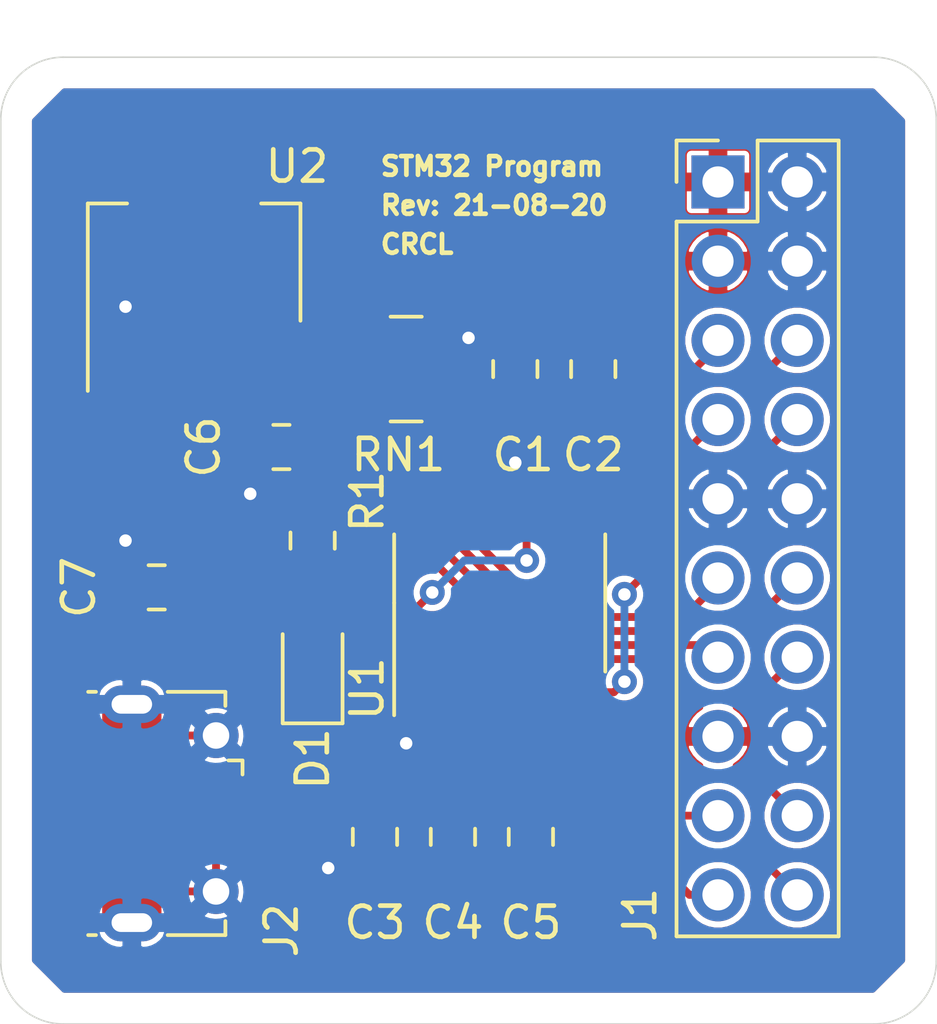
<source format=kicad_pcb>
(kicad_pcb (version 20211014) (generator pcbnew)
  (layers (0 "F.Cu" signal) (31 "B.Cu" signal) (34 "B.Paste" user) (35 "F.Paste" user) (36 "B.SilkS" user "B.Silkscreen") (37 "F.SilkS" user "F.Silkscreen") (38 "B.Mask" user) (39 "F.Mask" user) (44 "Edge.Cuts" user))
  (net 0 "")
  (net 1 "GND")
  (net 2 "+3V3")
  (net 3 "Net-(D1-Pad2)")
  (net 4 "I2C1_SCL")
  (net 5 "I2C1_SDA")
  (net 6 "+5V")
  (net 7 "Net-(D1-Pad1)")
  (net 8 "SWDIO")
  (net 9 "SWCLK")
  (net 10 "SPI1_NSS")
  (net 11 "SPI1_SCK")
  (net 12 "ADC_IN0")
  (net 13 "SPI1_MISO")
  (net 14 "ADC_IN1")
  (net 15 "SPI1_MOSI")
  (net 16 "USART1_TX")
  (net 17 "USART1_RX")
  (net 18 "Net-(C3-Pad1)")
  (footprint "Capacitor_SMD:C_0805_2012Metric_Pad1.15x1.40mm_HandSolder" (layer "F.Cu") (at 161.5 88 90)
    (fp_text reference "C1" (at -2.75 0.25 180) (layer "F.SilkS"))
    (fp_text value "10nF")
    (fp_line (start -0.261252 0.71) (end 0.261252 0.71) (layer "F.SilkS") (width 0.12))
    (fp_line (start -0.261252 -0.71) (end 0.261252 -0.71) (layer "F.SilkS") (width 0.12))
    (pad "1" smd roundrect locked (at -1.025 0 90) (size 1.15 1.4) (layers "F.Cu" "F.Paste" "F.Mask") (roundrect_rratio 0.217391) (net 2 "+3V3"))
    (pad "2" smd roundrect locked (at 1.025 0 90) (size 1.15 1.4) (layers "F.Cu" "F.Paste" "F.Mask") (roundrect_rratio 0.217391) (net 1 "GND"))
  )
  (footprint "Capacitor_SMD:C_0805_2012Metric_Pad1.15x1.40mm_HandSolder" (layer "F.Cu") (at 164 88 90)
    (fp_text reference "C2" (at -2.75 0 180) (layer "F.SilkS"))
    (fp_text value "1nF")
    (fp_line (start -0.261252 0.71) (end 0.261252 0.71) (layer "F.SilkS") (width 0.12))
    (fp_line (start -0.261252 -0.71) (end 0.261252 -0.71) (layer "F.SilkS") (width 0.12))
    (pad "1" smd roundrect locked (at -1.025 0 90) (size 1.15 1.4) (layers "F.Cu" "F.Paste" "F.Mask") (roundrect_rratio 0.217391) (net 2 "+3V3"))
    (pad "2" smd roundrect locked (at 1.025 0 90) (size 1.15 1.4) (layers "F.Cu" "F.Paste" "F.Mask") (roundrect_rratio 0.217391) (net 1 "GND"))
  )
  (footprint "Capacitor_SMD:C_0805_2012Metric_Pad1.15x1.40mm_HandSolder" (layer "F.Cu") (at 157 103 -90)
    (fp_text reference "C3" (at 2.75 0 180) (layer "F.SilkS"))
    (fp_text value "0.1uF")
    (fp_line (start -0.261252 -0.71) (end 0.261252 -0.71) (layer "F.SilkS") (width 0.12))
    (fp_line (start -0.261252 0.71) (end 0.261252 0.71) (layer "F.SilkS") (width 0.12))
    (pad "1" smd roundrect locked (at -1.025 0 270) (size 1.15 1.4) (layers "F.Cu" "F.Paste" "F.Mask") (roundrect_rratio 0.217391) (net 18 "Net-(C3-Pad1)"))
    (pad "2" smd roundrect locked (at 1.025 0 270) (size 1.15 1.4) (layers "F.Cu" "F.Paste" "F.Mask") (roundrect_rratio 0.217391) (net 1 "GND"))
  )
  (footprint "Capacitor_SMD:C_0805_2012Metric_Pad1.15x1.40mm_HandSolder" (layer "F.Cu") (at 159.5 103 -90)
    (fp_text reference "C4" (at 2.75 0 180) (layer "F.SilkS"))
    (fp_text value "100nF")
    (fp_line (start -0.261252 -0.71) (end 0.261252 -0.71) (layer "F.SilkS") (width 0.12))
    (fp_line (start -0.261252 0.71) (end 0.261252 0.71) (layer "F.SilkS") (width 0.12))
    (pad "1" smd roundrect locked (at -1.025 0 270) (size 1.15 1.4) (layers "F.Cu" "F.Paste" "F.Mask") (roundrect_rratio 0.217391) (net 2 "+3V3"))
    (pad "2" smd roundrect locked (at 1.025 0 270) (size 1.15 1.4) (layers "F.Cu" "F.Paste" "F.Mask") (roundrect_rratio 0.217391) (net 1 "GND"))
  )
  (footprint "Capacitor_SMD:C_0805_2012Metric_Pad1.15x1.40mm_HandSolder" (layer "F.Cu") (at 162 103 -90)
    (fp_text reference "C5" (at 2.75 0 180) (layer "F.SilkS"))
    (fp_text value "4.7nF")
    (fp_line (start -0.261252 0.71) (end 0.261252 0.71) (layer "F.SilkS") (width 0.12))
    (fp_line (start -0.261252 -0.71) (end 0.261252 -0.71) (layer "F.SilkS") (width 0.12))
    (pad "1" smd roundrect locked (at -1.025 0 270) (size 1.15 1.4) (layers "F.Cu" "F.Paste" "F.Mask") (roundrect_rratio 0.217391) (net 2 "+3V3"))
    (pad "2" smd roundrect locked (at 1.025 0 270) (size 1.15 1.4) (layers "F.Cu" "F.Paste" "F.Mask") (roundrect_rratio 0.217391) (net 1 "GND"))
  )
  (footprint "LED_SMD:LED_0805_2012Metric_Pad1.15x1.40mm_HandSolder" (layer "F.Cu") (at 155 97.5 90)
    (fp_text reference "D1" (at -3 0 90) (layer "F.SilkS"))
    (fp_text value "LED")
    (fp_line (start -1.86 0.96) (end 1 0.96) (layer "F.SilkS") (width 0.12))
    (fp_line (start -1.86 -0.96) (end -1.86 0.96) (layer "F.SilkS") (width 0.12))
    (fp_line (start 1 -0.96) (end -1.86 -0.96) (layer "F.SilkS") (width 0.12))
    (pad "1" smd roundrect (at -1.025 0 90) (size 1.15 1.4) (layers "F.Cu" "F.Paste" "F.Mask") (roundrect_rratio 0.217391) (net 7 "Net-(D1-Pad1)"))
    (pad "2" smd roundrect (at 1.025 0 90) (size 1.15 1.4) (layers "F.Cu" "F.Paste" "F.Mask") (roundrect_rratio 0.217391) (net 3 "Net-(D1-Pad2)"))
  )
  (footprint "Connector_PinHeader_2.54mm:PinHeader_2x10_P2.54mm_Vertical" (layer "F.Cu") (at 168 82)
    (fp_text reference "J1" (at -2.5 23.5 90) (layer "F.SilkS"))
    (fp_text value "Connector")
    (fp_line (start 1.27 1.27) (end 1.27 -1.33) (layer "F.SilkS") (width 0.12))
    (fp_line (start -1.33 0) (end -1.33 -1.33) (layer "F.SilkS") (width 0.12))
    (fp_line (start -1.33 1.27) (end -1.33 24.19) (layer "F.SilkS") (width 0.12))
    (fp_line (start -1.33 -1.33) (end 0 -1.33) (layer "F.SilkS") (width 0.12))
    (fp_line (start -1.33 24.19) (end 3.87 24.19) (layer "F.SilkS") (width 0.12))
    (fp_line (start 1.27 -1.33) (end 3.87 -1.33) (layer "F.SilkS") (width 0.12))
    (fp_line (start -1.33 1.27) (end 1.27 1.27) (layer "F.SilkS") (width 0.12))
    (fp_line (start 3.87 -1.33) (end 3.87 24.19) (layer "F.SilkS") (width 0.12))
    (pad "1" thru_hole rect (at 0 0) (size 1.7 1.7) (drill 1) (layers *.Cu *.Mask) (net 2 "+3V3"))
    (pad "2" thru_hole oval (at 2.54 0) (size 1.7 1.7) (drill 1) (layers *.Cu *.Mask) (net 1 "GND"))
    (pad "3" thru_hole oval (at 0 2.54) (size 1.7 1.7) (drill 1) (layers *.Cu *.Mask) (net 2 "+3V3"))
    (pad "4" thru_hole oval (at 2.54 2.54) (size 1.7 1.7) (drill 1) (layers *.Cu *.Mask) (net 1 "GND"))
    (pad "5" thru_hole oval (at 0 5.08) (size 1.7 1.7) (drill 1) (layers *.Cu *.Mask) (net 11 "SPI1_SCK"))
    (pad "6" thru_hole oval (at 2.54 5.08) (size 1.7 1.7) (drill 1) (layers *.Cu *.Mask) (net 13 "SPI1_MISO"))
    (pad "7" thru_hole oval (at 0 7.62) (size 1.7 1.7) (drill 1) (layers *.Cu *.Mask) (net 15 "SPI1_MOSI"))
    (pad "8" thru_hole oval (at 2.54 7.62) (size 1.7 1.7) (drill 1) (layers *.Cu *.Mask) (net 10 "SPI1_NSS"))
    (pad "9" thru_hole oval (at 0 10.16) (size 1.7 1.7) (drill 1) (layers *.Cu *.Mask) (net 1 "GND"))
    (pad "10" thru_hole oval (at 2.54 10.16) (size 1.7 1.7) (drill 1) (layers *.Cu *.Mask) (net 1 "GND"))
    (pad "11" thru_hole oval (at 0 12.7) (size 1.7 1.7) (drill 1) (layers *.Cu *.Mask) (net 4 "I2C1_SCL"))
    (pad "12" thru_hole oval (at 2.54 12.7) (size 1.7 1.7) (drill 1) (layers *.Cu *.Mask) (net 5 "I2C1_SDA"))
    (pad "13" thru_hole oval (at 0 15.24) (size 1.7 1.7) (drill 1) (layers *.Cu *.Mask) (net 8 "SWDIO"))
    (pad "14" thru_hole oval (at 2.54 15.24) (size 1.7 1.7) (drill 1) (layers *.Cu *.Mask) (net 9 "SWCLK"))
    (pad "15" thru_hole oval (at 0 17.78) (size 1.7 1.7) (drill 1) (layers *.Cu *.Mask) (net 2 "+3V3"))
    (pad "16" thru_hole oval (at 2.54 17.78) (size 1.7 1.7) (drill 1) (layers *.Cu *.Mask) (net 1 "GND"))
    (pad "17" thru_hole oval (at 0 20.32) (size 1.7 1.7) (drill 1) (layers *.Cu *.Mask) (net 16 "USART1_TX"))
    (pad "18" thru_hole oval (at 2.54 20.32) (size 1.7 1.7) (drill 1) (layers *.Cu *.Mask) (net 17 "USART1_RX"))
    (pad "19" thru_hole oval (at 0 22.86) (size 1.7 1.7) (drill 1) (layers *.Cu *.Mask) (net 12 "ADC_IN0"))
    (pad "20" thru_hole oval (at 2.54 22.86) (size 1.7 1.7) (drill 1) (layers *.Cu *.Mask) (net 14 "ADC_IN1"))
  )
  (footprint "Resistor_SMD:R_0805_2012Metric_Pad1.15x1.40mm_HandSolder" (layer "F.Cu") (at 155 93.5 90)
    (fp_text reference "R1" (at 1.25 1.75 90) (layer "F.SilkS"))
    (fp_text value "330")
    (fp_line (start -0.261252 0.71) (end 0.261252 0.71) (layer "F.SilkS") (width 0.12))
    (fp_line (start -0.261252 -0.71) (end 0.261252 -0.71) (layer "F.SilkS") (width 0.12))
    (pad "1" smd roundrect locked (at -1.025 0 90) (size 1.15 1.4) (layers "F.Cu" "F.Paste" "F.Mask") (roundrect_rratio 0.217391) (net 3 "Net-(D1-Pad2)"))
    (pad "2" smd roundrect locked (at 1.025 0 90) (size 1.15 1.4) (layers "F.Cu" "F.Paste" "F.Mask") (roundrect_rratio 0.217391) (net 2 "+3V3"))
  )
  (footprint "Resistor_SMD:R_Array_Convex_4x0603" (layer "F.Cu") (at 158 88 180)
    (fp_text reference "RN1" (at 0.25 -2.75) (layer "F.SilkS"))
    (fp_text value "R_Pack04")
    (fp_line (start 0.5 1.68) (end -0.5 1.68) (layer "F.SilkS") (width 0.12))
    (fp_line (start 0.5 -1.68) (end -0.5 -1.68) (layer "F.SilkS") (width 0.12))
    (pad "1" smd rect (at -0.9 -1.2 180) (size 0.8 0.5) (layers "F.Cu" "F.Paste" "F.Mask") (net 5 "I2C1_SDA"))
    (pad "2" smd rect (at -0.9 -0.4 180) (size 0.8 0.4) (layers "F.Cu" "F.Paste" "F.Mask") (net 4 "I2C1_SCL"))
    (pad "3" smd rect (at -0.9 0.4 180) (size 0.8 0.4) (layers "F.Cu" "F.Paste" "F.Mask"))
    (pad "4" smd rect (at -0.9 1.2 180) (size 0.8 0.5) (layers "F.Cu" "F.Paste" "F.Mask"))
    (pad "5" smd rect (at 0.9 1.2 180) (size 0.8 0.5) (layers "F.Cu" "F.Paste" "F.Mask"))
    (pad "6" smd rect (at 0.9 0.4 180) (size 0.8 0.4) (layers "F.Cu" "F.Paste" "F.Mask"))
    (pad "7" smd rect (at 0.9 -0.4 180) (size 0.8 0.4) (layers "F.Cu" "F.Paste" "F.Mask") (net 2 "+3V3"))
    (pad "8" smd rect (at 0.9 -1.2 180) (size 0.8 0.5) (layers "F.Cu" "F.Paste" "F.Mask") (net 2 "+3V3"))
  )
  (footprint "Package_SO:TSSOP-20_4.4x6.5mm_P0.65mm" (layer "F.Cu") (at 161 95.5 90)
    (fp_text reference "U1" (at -2.75 -4.25 270) (layer "F.SilkS"))
    (fp_text value "STM32F030")
    (fp_line (start 0 -3.385) (end 2.2 -3.385) (layer "F.SilkS") (width 0.12))
    (fp_line (start 0 3.385) (end 2.2 3.385) (layer "F.SilkS") (width 0.12))
    (fp_line (start 0 -3.385) (end -3.6 -3.385) (layer "F.SilkS") (width 0.12))
    (fp_line (start 0 3.385) (end -2.2 3.385) (layer "F.SilkS") (width 0.12))
    (pad "1" smd roundrect (at -2.8625 -2.925 90) (size 1.475 0.4) (layers "F.Cu" "F.Paste" "F.Mask") (net 1 "GND"))
    (pad "2" smd roundrect (at -2.8625 -2.275 90) (size 1.475 0.4) (layers "F.Cu" "F.Paste" "F.Mask"))
    (pad "3" smd roundrect (at -2.8625 -1.625 90) (size 1.475 0.4) (layers "F.Cu" "F.Paste" "F.Mask"))
    (pad "4" smd roundrect (at -2.8625 -0.975 90) (size 1.475 0.4) (layers "F.Cu" "F.Paste" "F.Mask") (net 18 "Net-(C3-Pad1)"))
    (pad "5" smd roundrect (at -2.8625 -0.325 90) (size 1.475 0.4) (layers "F.Cu" "F.Paste" "F.Mask") (net 2 "+3V3"))
    (pad "6" smd roundrect (at -2.8625 0.325 90) (size 1.475 0.4) (layers "F.Cu" "F.Paste" "F.Mask") (net 12 "ADC_IN0"))
    (pad "7" smd roundrect (at -2.8625 0.975 90) (size 1.475 0.4) (layers "F.Cu" "F.Paste" "F.Mask") (net 14 "ADC_IN1"))
    (pad "8" smd roundrect (at -2.8625 1.625 90) (size 1.475 0.4) (layers "F.Cu" "F.Paste" "F.Mask") (net 16 "USART1_TX"))
    (pad "9" smd roundrect (at -2.8625 2.275 90) (size 1.475 0.4) (layers "F.Cu" "F.Paste" "F.Mask") (net 17 "USART1_RX"))
    (pad "10" smd roundrect (at -2.8625 2.925 90) (size 1.475 0.4) (layers "F.Cu" "F.Paste" "F.Mask") (net 10 "SPI1_NSS"))
    (pad "11" smd roundrect (at 2.8625 2.925 90) (size 1.475 0.4) (layers "F.Cu" "F.Paste" "F.Mask") (net 11 "SPI1_SCK"))
    (pad "12" smd roundrect (at 2.8625 2.275 90) (size 1.475 0.4) (layers "F.Cu" "F.Paste" "F.Mask") (net 13 "SPI1_MISO"))
    (pad "13" smd roundrect (at 2.8625 1.625 90) (size 1.475 0.4) (layers "F.Cu" "F.Paste" "F.Mask") (net 15 "SPI1_MOSI"))
    (pad "14" smd roundrect (at 2.8625 0.975 90) (size 1.475 0.4) (layers "F.Cu" "F.Paste" "F.Mask") (net 7 "Net-(D1-Pad1)"))
    (pad "15" smd roundrect (at 2.8625 0.325 90) (size 1.475 0.4) (layers "F.Cu" "F.Paste" "F.Mask") (net 1 "GND"))
    (pad "16" smd roundrect (at 2.8625 -0.325 90) (size 1.475 0.4) (layers "F.Cu" "F.Paste" "F.Mask") (net 2 "+3V3"))
    (pad "17" smd roundrect (at 2.8625 -0.975 90) (size 1.475 0.4) (layers "F.Cu" "F.Paste" "F.Mask") (net 4 "I2C1_SCL"))
    (pad "18" smd roundrect (at 2.8625 -1.625 90) (size 1.475 0.4) (layers "F.Cu" "F.Paste" "F.Mask") (net 5 "I2C1_SDA"))
    (pad "19" smd roundrect (at 2.8625 -2.275 90) (size 1.475 0.4) (layers "F.Cu" "F.Paste" "F.Mask") (net 8 "SWDIO"))
    (pad "20" smd roundrect (at 2.8625 -2.925 90) (size 1.475 0.4) (layers "F.Cu" "F.Paste" "F.Mask") (net 9 "SWCLK"))
  )
  (footprint "Package_TO_SOT_SMD:SOT-223-3_TabPin2" (layer "F.Cu") (at 151.2 84.6 90)
    (fp_text reference "U2" (at 3.1 3.3) (layer "F.SilkS"))
    (fp_text value "LD1117S33TR_SOT223")
    (fp_line (start -1.85 3.41) (end 1.91 3.41) (layer "F.SilkS") (width 0.12))
    (fp_line (start -4.1 -3.41) (end 1.91 -3.41) (layer "F.SilkS") (width 0.12))
    (fp_line (start 1.91 -3.41) (end 1.91 -2.15) (layer "F.SilkS") (width 0.12))
    (fp_line (start 1.91 3.41) (end 1.91 2.15) (layer "F.SilkS") (width 0.12))
    (pad "1" smd rect (at -3.15 -2.3 90) (size 2 1.5) (layers "F.Cu" "F.Paste" "F.Mask") (net 1 "GND"))
    (pad "2" smd rect (at -3.15 0 90) (size 2 1.5) (layers "F.Cu" "F.Paste" "F.Mask") (net 6 "+5V"))
    (pad "2" smd rect (at 3.15 0 90) (size 2 3.8) (layers "F.Cu" "F.Paste" "F.Mask") (net 6 "+5V"))
    (pad "3" smd rect (at -3.15 2.3 90) (size 2 1.5) (layers "F.Cu" "F.Paste" "F.Mask") (net 2 "+3V3"))
  )
  (footprint "Capacitor_SMD:C_0805_2012Metric_Pad1.15x1.40mm_HandSolder" (layer "F.Cu") (at 154 90.5 180)
    (fp_text reference "C6" (at 2.5 0 90) (layer "F.SilkS"))
    (fp_text value "1uF")
    (fp_line (start -0.261252 -0.71) (end 0.261252 -0.71) (layer "F.SilkS") (width 0.12))
    (fp_line (start -0.261252 0.71) (end 0.261252 0.71) (layer "F.SilkS") (width 0.12))
    (pad "1" smd roundrect locked (at -1.025 0 180) (size 1.15 1.4) (layers "F.Cu" "F.Paste" "F.Mask") (roundrect_rratio 0.217391) (net 2 "+3V3"))
    (pad "2" smd roundrect locked (at 1.025 0 180) (size 1.15 1.4) (layers "F.Cu" "F.Paste" "F.Mask") (roundrect_rratio 0.217391) (net 1 "GND"))
  )
  (footprint "Capacitor_SMD:C_0805_2012Metric_Pad1.15x1.40mm_HandSolder" (layer "F.Cu") (at 150 95 180)
    (fp_text reference "C7" (at 2.5 0 90) (layer "F.SilkS"))
    (fp_text value "10uF")
    (fp_line (start -0.261252 -0.71) (end 0.261252 -0.71) (layer "F.SilkS") (width 0.12))
    (fp_line (start -0.261252 0.71) (end 0.261252 0.71) (layer "F.SilkS") (width 0.12))
    (pad "1" smd roundrect locked (at -1.025 0 180) (size 1.15 1.4) (layers "F.Cu" "F.Paste" "F.Mask") (roundrect_rratio 0.217391) (net 6 "+5V"))
    (pad "2" smd roundrect locked (at 1.025 0 180) (size 1.15 1.4) (layers "F.Cu" "F.Paste" "F.Mask") (roundrect_rratio 0.217391) (net 1 "GND"))
  )
  (footprint "Connector_USB:USB_Micro-B_Molex-105017-0001" (layer "F.Cu") (at 150.44 102.25 -90)
    (fp_text reference "J2" (at 3.75 -3.56 90) (layer "F.SilkS"))
    (fp_text value "USB_B_Micro")
    (fp_line (start -3.9 0.0875) (end -3.9 -1.7625) (layer "F.SilkS") (width 0.12))
    (fp_line (start 3.9 2.6375) (end 3.9 2.3875) (layer "F.SilkS") (width 0.12))
    (fp_line (start -3.9 -1.7625) (end -3.45 -1.7625) (layer "F.SilkS") (width 0.12))
    (fp_line (start -1.7 -2.3125) (end -1.25 -2.3125) (layer "F.SilkS") (width 0.12))
    (fp_line (start -3.9 2.6375) (end -3.9 2.3875) (layer "F.SilkS") (width 0.12))
    (fp_line (start -1.7 -2.3125) (end -1.7 -1.8625) (layer "F.SilkS") (width 0.12))
    (fp_line (start 3.9 -1.7625) (end 3.45 -1.7625) (layer "F.SilkS") (width 0.12))
    (fp_line (start 3.9 0.0875) (end 3.9 -1.7625) (layer "F.SilkS") (width 0.12))
    (pad "1" smd rect (at -1.3 -1.4625 270) (size 0.4 1.35) (layers "F.Cu" "F.Paste" "F.Mask") (net 6 "+5V"))
    (pad "2" smd rect (at -0.65 -1.4625 270) (size 0.4 1.35) (layers "F.Cu" "F.Paste" "F.Mask"))
    (pad "3" smd rect (at 0 -1.4625 270) (size 0.4 1.35) (layers "F.Cu" "F.Paste" "F.Mask"))
    (pad "4" smd rect (at 0.65 -1.4625 270) (size 0.4 1.35) (layers "F.Cu" "F.Paste" "F.Mask"))
    (pad "5" smd rect (at 1.3 -1.4625 270) (size 0.4 1.35) (layers "F.Cu" "F.Paste" "F.Mask") (net 1 "GND"))
    (pad "6" smd rect (at -1 1.2375 270) (size 1.5 1.9) (layers "F.Cu" "F.Paste" "F.Mask") (net 1 "GND"))
    (pad "6" thru_hole oval (at -3.5 1.2375 90) (size 1.2 1.9) (drill oval 0.6 1.3) (layers *.Cu *.Mask) (net 1 "GND"))
    (pad "6" smd rect (at 1 1.2375 270) (size 1.5 1.9) (layers "F.Cu" "F.Paste" "F.Mask") (net 1 "GND"))
    (pad "6" thru_hole oval (at 3.5 1.2375 270) (size 1.2 1.9) (drill oval 0.6 1.3) (layers *.Cu *.Mask) (net 1 "GND"))
    (pad "6" smd rect (at 2.9 1.2375 270) (size 1.2 1.9) (layers "F.Cu" "F.Mask") (net 1 "GND"))
    (pad "6" smd rect (at -2.9 1.2375 270) (size 1.2 1.9) (layers "F.Cu" "F.Mask") (net 1 "GND"))
    (pad "6" thru_hole circle (at 2.5 -1.4625 270) (size 1.45 1.45) (drill 0.85) (layers *.Cu *.Mask) (net 1 "GND"))
    (pad "6" thru_hole circle (at -2.5 -1.4625 270) (size 1.45 1.45) (drill 0.85) (layers *.Cu *.Mask) (net 1 "GND"))
  )
  (gr_line (start 147 78) (end 173 78) (layer "Edge.Cuts") (width 0.05))
  (gr_line (start 175 80) (end 175 107) (layer "Edge.Cuts") (width 0.05))
  (gr_line (start 173 109) (end 147 109) (layer "Edge.Cuts") (width 0.05))
  (gr_line (start 145 107) (end 145 80) (layer "Edge.Cuts") (width 0.05))
  (gr_arc (start 145 80) (mid 145.585786 78.585786) (end 147 78) (layer "Edge.Cuts") (width 0.05))
  (gr_arc (start 147 109) (mid 145.585786 108.414214) (end 145 107) (layer "Edge.Cuts") (width 0.05))
  (gr_arc (start 173 78) (mid 174.414214 78.585786) (end 175 80) (layer "Edge.Cuts") (width 0.05))
  (gr_arc (start 175 107) (mid 174.414214 108.414214) (end 173 109) (layer "Edge.Cuts") (width 0.05))
  (gr_text "Rev: 21-08-20" (at 160.821428 82.75) (layer "F.SilkS") (effects (font (size 0.6 0.6))))
  (gr_text "STM32 Program" (at 160.75 81.5) (layer "F.SilkS") (effects (font (size 0.6 0.6))))
  (gr_text "CRCL" (at 158.35 84) (layer "F.SilkS") (effects (font (size 0.6 0.6))))
  (segment (start 158.075 98.3625) (end 158.075 99.925) (width 0.25) (layer "F.Cu") (net 1))
  (segment (start 161.325 91.175) (end 161.5 91) (width 0.25) (layer "F.Cu") (net 1))
  (segment (start 149.2025 103.25) (end 149.2025 101.25) (width 0.25) (layer "F.Cu") (net 1))
  (segment (start 157 104.025) (end 155.525 104.025) (width 0.25) (layer "F.Cu") (net 1))
  (segment (start 148.9 86.1) (end 149 86) (width 0.25) (layer "F.Cu") (net 1))
  (segment (start 149.2025 101.25) (end 149.2025 99.35) (width 0.25) (layer "F.Cu") (net 1))
  (segment (start 160.025 86.975) (end 160 87) (width 0.25) (layer "F.Cu") (net 1))
  (segment (start 148.9 87.75) (end 148.9 86.1) (width 0.25) (layer "F.Cu") (net 1))
  (segment (start 148.425 88.225) (end 148.9 87.75) (width 0.25) (layer "F.Cu") (net 1))
  (segment (start 161.5 86.975) (end 160.025 86.975) (width 0.25) (layer "F.Cu") (net 1))
  (segment (start 152.975 90.5) (end 152.975 91.975) (width 0.25) (layer "F.Cu") (net 1))
  (segment (start 157 104.025) (end 159.5 104.025) (width 0.25) (layer "F.Cu") (net 1))
  (segment (start 148.975 93.525) (end 149 93.5) (width 0.25) (layer "F.Cu") (net 1))
  (segment (start 158.075 99.925) (end 158 100) (width 0.25) (layer "F.Cu") (net 1))
  (segment (start 161.5 86.975) (end 164 86.975) (width 0.25) (layer "F.Cu") (net 1))
  (segment (start 152.975 91.975) (end 153 92) (width 0.25) (layer "F.Cu") (net 1))
  (segment (start 155.525 104.025) (end 155.5 104) (width 0.25) (layer "F.Cu") (net 1))
  (segment (start 151.9025 103.55) (end 151.9025 104.75) (width 0.25) (layer "F.Cu") (net 1))
  (segment (start 151.9025 99.75) (end 149.6025 99.75) (width 0.25) (layer "F.Cu") (net 1))
  (segment (start 148.975 95) (end 148.975 93.525) (width 0.25) (layer "F.Cu") (net 1))
  (segment (start 151.9025 104.75) (end 149.6025 104.75) (width 0.25) (layer "F.Cu") (net 1))
  (segment (start 161.325 92.6375) (end 161.325 91.175) (width 0.25) (layer "F.Cu") (net 1))
  (segment (start 149.2025 105.15) (end 149.2025 105.75) (width 0.25) (layer "F.Cu") (net 1))
  (segment (start 149.2025 99.35) (end 149.2025 98.75) (width 0.25) (layer "F.Cu") (net 1))
  (segment (start 149.6025 104.75) (end 149.2025 105.15) (width 0.25) (layer "F.Cu") (net 1))
  (segment (start 149.6025 99.75) (end 149.2025 99.35) (width 0.25) (layer "F.Cu") (net 1))
  (segment (start 162 104.025) (end 159.5 104.025) (width 0.25) (layer "F.Cu") (net 1))
  (via (at 149 93.5) (size 0.8) (drill 0.4) (layers "F.Cu" "B.Cu") (net 1))
  (via (at 155.5 104) (size 0.8) (drill 0.4) (layers "F.Cu" "B.Cu") (net 1))
  (via (at 161.5 91) (size 0.8) (drill 0.4) (layers "F.Cu" "B.Cu") (net 1))
  (via (at 160 87) (size 0.8) (drill 0.4) (layers "F.Cu" "B.Cu") (net 1))
  (via (at 153 92) (size 0.8) (drill 0.4) (layers "F.Cu" "B.Cu") (net 1))
  (via (at 149 86) (size 0.8) (drill 0.4) (layers "F.Cu" "B.Cu") (net 1))
  (via (at 158 100) (size 0.8) (drill 0.4) (layers "F.Cu" "B.Cu") (net 1))
  (segment (start 155.025 90.5) (end 155.8 90.5) (width 0.35) (layer "F.Cu") (net 2))
  (segment (start 155 90.525) (end 155.025 90.5) (width 0.35) (layer "F.Cu") (net 2))
  (segment (start 161.5 89.025) (end 164 89.025) (width 0.35) (layer "F.Cu") (net 2))
  (segment (start 153.5 87.75) (end 153.5 88.975) (width 0.35) (layer "F.Cu") (net 2))
  (segment (start 153.5 88.975) (end 155.025 90.5) (width 0.35) (layer "F.Cu") (net 2))
  (segment (start 159.10001 101.57501) (end 159.5 101.975) (width 0.35) (layer "F.Cu") (net 2))
  (segment (start 155.8 90.5) (end 157.1 89.2) (width 0.35) (layer "F.Cu") (net 2))
  (segment (start 155 92.475) (end 155 90.525) (width 0.35) (layer "F.Cu") (net 2))
  (segment (start 159.5 101.975) (end 162 101.975) (width 0.35) (layer "F.Cu") (net 2))
  (segment (start 155 94.525) (end 155 96.475) (width 0.25) (layer "F.Cu") (net 3))
  (segment (start 168 94.864588) (end 168 94.7) (width 0.25) (layer "F.Cu") (net 4))
  (segment (start 159.55 88.4) (end 160.025 88.875) (width 0.25) (layer "F.Cu") (net 4))
  (segment (start 158.9 88.4) (end 159.55 88.4) (width 0.25) (layer "F.Cu") (net 4))
  (segment (start 166.914628 95.94996) (end 168 94.864588) (width 0.25) (layer "F.Cu") (net 4))
  (segment (start 160.025 93.326058) (end 162.648902 95.94996) (width 0.25) (layer "F.Cu") (net 4))
  (segment (start 160.025 88.875) (end 160.025 92.025) (width 0.25) (layer "F.Cu") (net 4))
  (segment (start 162.648902 95.94996) (end 166.914628 95.94996) (width 0.25) (layer "F.Cu") (net 4))
  (segment (start 160.025 92.6375) (end 160.025 93.326058) (width 0.25) (layer "F.Cu") (net 4))
  (segment (start 160.025 92.025) (end 160.025 92.6375) (width 0.25) (layer "F.Cu") (net 4))
  (segment (start 167.625997 95.875001) (end 169.364999 95.875001) (width 0.25) (layer "F.Cu") (net 5))
  (segment (start 167.101028 96.39997) (end 167.625997 95.875001) (width 0.25) (layer "F.Cu") (net 5))
  (segment (start 169.364999 95.875001) (end 170.54 94.7) (width 0.25) (layer "F.Cu") (net 5))
  (segment (start 162.448912 96.39997) (end 167.101028 96.39997) (width 0.25) (layer "F.Cu") (net 5))
  (segment (start 158.9 89.2) (end 159.375 89.675) (width 0.25) (layer "F.Cu") (net 5))
  (segment (start 159.375 92.6375) (end 159.375 93.326058) (width 0.25) (layer "F.Cu") (net 5))
  (segment (start 159.375 89.675) (end 159.375 92.9375) (width 0.25) (layer "F.Cu") (net 5))
  (segment (start 159.375 93.326058) (end 162.448912 96.39997) (width 0.25) (layer "F.Cu") (net 5))
  (segment (start 152.9775 100.95) (end 153.5 100.4275) (width 0.4) (layer "F.Cu") (net 6))
  (segment (start 151.2 81.45) (end 151.2 87.75) (width 0.4) (layer "F.Cu") (net 6))
  (segment (start 151.9025 100.95) (end 152.9775 100.95) (width 0.4) (layer "F.Cu") (net 6))
  (segment (start 151.2 94.825) (end 151.025 95) (width 0.4) (layer "F.Cu") (net 6))
  (segment (start 151.2 87.75) (end 151.2 94.825) (width 0.4) (layer "F.Cu") (net 6))
  (segment (start 153.5 97.475) (end 151.025 95) (width 0.4) (layer "F.Cu") (net 6))
  (segment (start 153.5 100.4275) (end 153.5 97.475) (width 0.4) (layer "F.Cu") (net 6))
  (segment (start 161.862124 94.137876) (end 161.862124 92.750376) (width 0.25) (layer "F.Cu") (net 7))
  (segment (start 155 98.525) (end 155.475 98.525) (width 0.25) (layer "F.Cu") (net 7))
  (segment (start 161.862124 92.750376) (end 161.975 92.6375) (width 0.25) (layer "F.Cu") (net 7))
  (segment (start 155.475 98.525) (end 158.837347 95.162653) (width 0.25) (layer "F.Cu") (net 7))
  (via (at 161.862124 94.137876) (size 0.8) (drill 0.4) (layers "F.Cu" "B.Cu") (net 7))
  (via (at 158.837347 95.162653) (size 0.8) (drill 0.4) (layers "F.Cu" "B.Cu") (net 7))
  (segment (start 159.862124 94.137876) (end 161.862124 94.137876) (width 0.25) (layer "B.Cu") (net 7))
  (segment (start 158.837347 95.162653) (end 159.862124 94.137876) (width 0.25) (layer "B.Cu") (net 7))
  (segment (start 162.248922 96.84998) (end 167.60998 96.84998) (width 0.25) (layer "F.Cu") (net 8))
  (segment (start 167.60998 96.84998) (end 168 97.24) (width 0.25) (layer "F.Cu") (net 8))
  (segment (start 158.725 92.6375) (end 158.725 93.326058) (width 0.25) (layer "F.Cu") (net 8))
  (segment (start 158.725 93.326058) (end 162.248922 96.84998) (width 0.25) (layer "F.Cu") (net 8))
  (segment (start 169.364999 98.415001) (end 170.54 97.24) (width 0.25) (layer "F.Cu") (net 9))
  (segment (start 166.320988 97.29999) (end 167.435999 98.415001) (width 0.25) (layer "F.Cu") (net 9))
  (segment (start 167.435999 98.415001) (end 169.364999 98.415001) (width 0.25) (layer "F.Cu") (net 9))
  (segment (start 161.99999 97.29999) (end 166.320988 97.29999) (width 0.25) (layer "F.Cu") (net 9))
  (segment (start 158.075 93.375) (end 161.99999 97.29999) (width 0.25) (layer "F.Cu") (net 9))
  (segment (start 158.075 92.6375) (end 158.075 93.375) (width 0.25) (layer "F.Cu") (net 9))
  (segment (start 166.889959 93.335001) (end 168.564001 93.335001) (width 0.25) (layer "F.Cu") (net 10))
  (segment (start 169.364999 90.795001) (end 170.54 89.62) (width 0.25) (layer "F.Cu") (net 10))
  (segment (start 168.564001 93.335001) (end 169.364999 92.534003) (width 0.25) (layer "F.Cu") (net 10))
  (segment (start 164.66249 98.3625) (end 165 98.02499) (width 0.25) (layer "F.Cu") (net 10))
  (segment (start 165 95.22496) (end 166.889959 93.335001) (width 0.25) (layer "F.Cu") (net 10))
  (segment (start 169.364999 92.534003) (end 169.364999 90.795001) (width 0.25) (layer "F.Cu") (net 10))
  (segment (start 163.925 98.3625) (end 164.66249 98.3625) (width 0.25) (layer "F.Cu") (net 10))
  (via (at 165 98.02499) (size 0.8) (drill 0.4) (layers "F.Cu" "B.Cu") (net 10))
  (via (at 165 95.22496) (size 0.8) (drill 0.4) (layers "F.Cu" "B.Cu") (net 10))
  (segment (start 165 98.02499) (end 165 95.22496) (width 0.25) (layer "B.Cu") (net 10))
  (segment (start 165.599982 89.644606) (end 168 87.244588) (width 0.25) (layer "F.Cu") (net 11))
  (segment (start 168 87.244588) (end 168 87.08) (width 0.25) (layer "F.Cu") (net 11))
  (segment (start 165.599981 92.715749) (end 165.599982 89.644606) (width 0.25) (layer "F.Cu") (net 11))
  (segment (start 163.925 93.38859) (end 164.03641 93.5) (width 0.25) (layer "F.Cu") (net 11))
  (segment (start 163.925 92.6375) (end 163.925 93.38859) (width 0.25) (layer "F.Cu") (net 11))
  (segment (start 164.03641 93.5) (end 164.81573 93.5) (width 0.25) (layer "F.Cu") (net 11))
  (segment (start 164.81573 93.5) (end 165.599981 92.715749) (width 0.25) (layer "F.Cu") (net 11))
  (segment (start 167.085 104.86) (end 168 104.86) (width 0.25) (layer "F.Cu") (net 12))
  (segment (start 161.325 99.1) (end 167.085 104.86) (width 0.25) (layer "F.Cu") (net 12))
  (segment (start 161.325 98.3625) (end 161.325 99.1) (width 0.25) (layer "F.Cu") (net 12))
  (segment (start 169.175001 88.444999) (end 170.54 87.08) (width 0.25) (layer "F.Cu") (net 13))
  (segment (start 163.9 94) (end 164.95214 94) (width 0.25) (layer "F.Cu") (net 13))
  (segment (start 166.049991 92.902149) (end 166.049991 89.831007) (width 0.25) (layer "F.Cu") (net 13))
  (segment (start 167.435999 88.444999) (end 169.175001 88.444999) (width 0.25) (layer "F.Cu") (net 13))
  (segment (start 163.275 93.375) (end 163.9 94) (width 0.25) (layer "F.Cu") (net 13))
  (segment (start 163.275 92.6375) (end 163.275 93.375) (width 0.25) (layer "F.Cu") (net 13))
  (segment (start 164.95214 94) (end 166.049991 92.902149) (width 0.25) (layer "F.Cu") (net 13))
  (segment (start 166.049991 89.831007) (end 167.435999 88.444999) (width 0.25) (layer "F.Cu") (net 13))
  (segment (start 161.975 98.3625) (end 161.975 99.051058) (width 0.25) (layer "F.Cu") (net 14))
  (segment (start 161.975 99.051058) (end 166.608941 103.684999) (width 0.25) (layer "F.Cu") (net 14))
  (segment (start 169.364999 103.684999) (end 170.54 104.86) (width 0.25) (layer "F.Cu") (net 14))
  (segment (start 166.608941 103.684999) (end 169.364999 103.684999) (width 0.25) (layer "F.Cu") (net 14))
  (segment (start 166.5 91.12) (end 168 89.62) (width 0.25) (layer "F.Cu") (net 15))
  (segment (start 165.088591 94.499959) (end 166.5 93.08855) (width 0.25) (layer "F.Cu") (net 15))
  (segment (start 162.625 93.375) (end 163.749959 94.499959) (width 0.25) (layer "F.Cu") (net 15))
  (segment (start 162.625 92.6375) (end 162.625 93.375) (width 0.25) (layer "F.Cu") (net 15))
  (segment (start 163.749959 94.499959) (end 165.088591 94.499959) (width 0.25) (layer "F.Cu") (net 15))
  (segment (start 166.5 93.08855) (end 166.5 91.12) (width 0.25) (layer "F.Cu") (net 15))
  (segment (start 165.893942 102.32) (end 168 102.32) (width 0.25) (layer "F.Cu") (net 16))
  (segment (start 162.625 98.3625) (end 162.625 99.051058) (width 0.25) (layer "F.Cu") (net 16))
  (segment (start 162.625 99.051058) (end 165.893942 102.32) (width 0.25) (layer "F.Cu") (net 16))
  (segment (start 165.368941 101.144999) (end 169.364999 101.144999) (width 0.25) (layer "F.Cu") (net 17))
  (segment (start 163.275 99.051058) (end 165.368941 101.144999) (width 0.25) (layer "F.Cu") (net 17))
  (segment (start 169.364999 101.144999) (end 170.54 102.32) (width 0.25) (layer "F.Cu") (net 17))
  (segment (start 163.275 98.3625) (end 163.275 99.051058) (width 0.25) (layer "F.Cu") (net 17))
  (segment (start 157.7 101.975) (end 160.025 99.65) (width 0.25) (layer "F.Cu") (net 18))
  (segment (start 157 101.975) (end 157.7 101.975) (width 0.25) (layer "F.Cu") (net 18))
  (segment (start 160.025 99.65) (end 160.025 98.3625) (width 0.25) (layer "F.Cu") (net 18))
  (zone (net 2) (net_name "+3V3") (layer "F.Cu") (connect_pads (clearance 0.2)) (min_thickness 0.2) (fill yes (thermal_gap 0.15) (thermal_bridge_width 0.6))
    (polygon (pts (xy 174 80) (xy 174 107) (xy 173 108) (xy 147 108) (xy 146 107) (xy 146 80) (xy 147 79) (xy 173 79)))
  )
  (zone (net 1) (net_name "GND") (layer "B.Cu") (connect_pads (clearance 0.2)) (min_thickness 0.2) (fill yes (thermal_gap 0.15) (thermal_bridge_width 0.6))
    (polygon (pts (xy 174 80) (xy 174 107) (xy 173 108) (xy 147 108) (xy 146 107) (xy 146 80) (xy 147 79) (xy 173 79)))
  )
)
</source>
